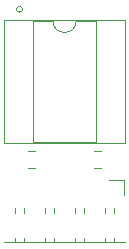
<source format=gbr>
G04 #@! TF.GenerationSoftware,KiCad,Pcbnew,(5.1.5-0-10_14)*
G04 #@! TF.CreationDate,2020-05-05T19:22:47-07:00*
G04 #@! TF.ProjectId,N64 EEPROM Breakout,4e363420-4545-4505-924f-4d2042726561,rev?*
G04 #@! TF.SameCoordinates,Original*
G04 #@! TF.FileFunction,Legend,Top*
G04 #@! TF.FilePolarity,Positive*
%FSLAX46Y46*%
G04 Gerber Fmt 4.6, Leading zero omitted, Abs format (unit mm)*
G04 Created by KiCad (PCBNEW (5.1.5-0-10_14)) date 2020-05-05 19:22:47*
%MOMM*%
%LPD*%
G04 APERTURE LIST*
%ADD10C,0.120000*%
G04 APERTURE END LIST*
D10*
X139954000Y-106172000D02*
G75*
G03X139954000Y-106172000I-254000J0D01*
G01*
X148590000Y-120650000D02*
X148590000Y-121920000D01*
X147320000Y-120650000D02*
X148590000Y-120650000D01*
X139320000Y-122962929D02*
X139320000Y-123417071D01*
X140080000Y-122962929D02*
X140080000Y-123417071D01*
X139320000Y-125502929D02*
X139320000Y-125900000D01*
X140080000Y-125502929D02*
X140080000Y-125900000D01*
X141860000Y-122962929D02*
X141860000Y-123417071D01*
X142620000Y-122962929D02*
X142620000Y-123417071D01*
X141860000Y-125502929D02*
X141860000Y-125900000D01*
X142620000Y-125502929D02*
X142620000Y-125900000D01*
X144400000Y-122962929D02*
X144400000Y-123417071D01*
X145160000Y-122962929D02*
X145160000Y-123417071D01*
X144400000Y-125502929D02*
X144400000Y-125900000D01*
X145160000Y-125502929D02*
X145160000Y-125900000D01*
X146940000Y-123030000D02*
X146940000Y-123417071D01*
X147700000Y-123030000D02*
X147700000Y-123417071D01*
X146940000Y-125502929D02*
X146940000Y-125900000D01*
X147700000Y-125502929D02*
X147700000Y-125900000D01*
X148650000Y-125900000D02*
X138370000Y-125900000D01*
X148650000Y-107068000D02*
X138370000Y-107068000D01*
X148650000Y-117468000D02*
X148650000Y-107068000D01*
X138370000Y-117468000D02*
X148650000Y-117468000D01*
X138370000Y-107068000D02*
X138370000Y-117468000D01*
X146160000Y-107128000D02*
X144510000Y-107128000D01*
X146160000Y-117408000D02*
X146160000Y-107128000D01*
X140860000Y-117408000D02*
X146160000Y-117408000D01*
X140860000Y-107128000D02*
X140860000Y-117408000D01*
X142510000Y-107128000D02*
X140860000Y-107128000D01*
X144510000Y-107128000D02*
G75*
G02X142510000Y-107128000I-1000000J0D01*
G01*
X146562578Y-118162000D02*
X146045422Y-118162000D01*
X146562578Y-119582000D02*
X146045422Y-119582000D01*
X140457422Y-119582000D02*
X140974578Y-119582000D01*
X140457422Y-118162000D02*
X140974578Y-118162000D01*
M02*

</source>
